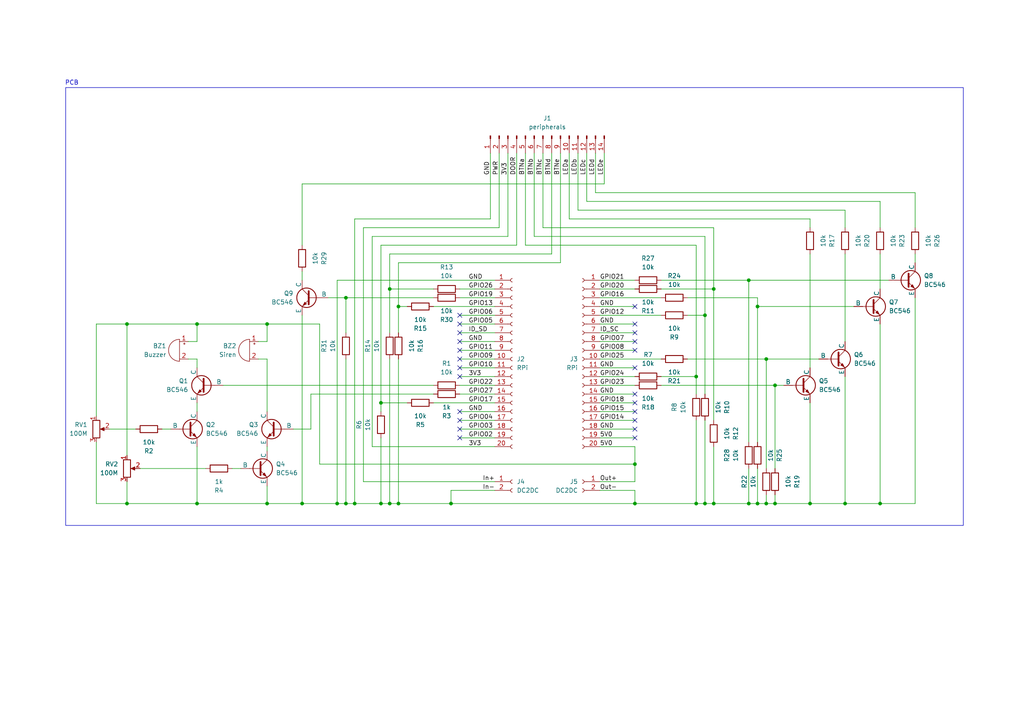
<source format=kicad_sch>
(kicad_sch (version 20231120) (generator "eeschema") (generator_version "8.0")
  (paper "A4")
  (title_block (title "Door sensor PCB") (date "2025-06-08") (rev "1.0") (company "Eli Nucknack"))
  (lib_symbols
    (symbol "Connector:Conn_01x02_Socket" (pin_names (offset 1.016) hide)
      (property "Reference" "J" (at 0 2.54 0))
      (property "Value" "Conn_01x02_Socket" (at 0 -5.08 0))
      (symbol "Conn_01x02_Socket_1_1"
        (arc (start 0 -2.032) (mid -0.5058 -2.54) (end 0 -3.048) (stroke (width 0.1524)))
        (polyline (pts (xy -1.27 -2.54) (xy -0.508 -2.54)) (stroke (width 0.1524)))
        (polyline (pts (xy -1.27 0) (xy -0.508 0)) (stroke (width 0.1524)))
        (arc (start 0 0.508) (mid -0.5058 0) (end 0 -0.508) (stroke (width 0.1524)))
        (pin passive line (at -5.08 0 0) (length 3.81) (name "Pin_1") (number "1"))
        (pin passive line (at -5.08 -2.54 0) (length 3.81) (name "Pin_2") (number "2"))
      )
    )
    (symbol "Connector:Conn_01x14_Pin" (pin_names (offset 1.016) hide)
      (property "Reference" "J" (at 0 17.78 0))
      (property "Value" "Conn_01x14_Pin" (at 0 -20.32 0))
      (symbol "Conn_01x14_Pin_1_1"
        (polyline (pts (xy 1.27 -17.78) (xy 0.8636 -17.78)) (stroke (width 0.1524)))
        (polyline (pts (xy 1.27 -15.24) (xy 0.8636 -15.24)) (stroke (width 0.1524)))
        (polyline (pts (xy 1.27 -12.7) (xy 0.8636 -12.7)) (stroke (width 0.1524)))
        (polyline (pts (xy 1.27 -10.16) (xy 0.8636 -10.16)) (stroke (width 0.1524)))
        (polyline (pts (xy 1.27 -7.62) (xy 0.8636 -7.62)) (stroke (width 0.1524)))
        (polyline (pts (xy 1.27 -5.08) (xy 0.8636 -5.08)) (stroke (width 0.1524)))
        (polyline (pts (xy 1.27 -2.54) (xy 0.8636 -2.54)) (stroke (width 0.1524)))
        (polyline (pts (xy 1.27 0) (xy 0.8636 0)) (stroke (width 0.1524)))
        (polyline (pts (xy 1.27 2.54) (xy 0.8636 2.54)) (stroke (width 0.1524)))
        (polyline (pts (xy 1.27 5.08) (xy 0.8636 5.08)) (stroke (width 0.1524)))
        (polyline (pts (xy 1.27 7.62) (xy 0.8636 7.62)) (stroke (width 0.1524)))
        (polyline (pts (xy 1.27 10.16) (xy 0.8636 10.16)) (stroke (width 0.1524)))
        (polyline (pts (xy 1.27 12.7) (xy 0.8636 12.7)) (stroke (width 0.1524)))
        (polyline (pts (xy 1.27 15.24) (xy 0.8636 15.24)) (stroke (width 0.1524)))
        (rectangle (start 0.8636 -17.653) (end 0 -17.907) (stroke (width 0.1524)) (fill (type outline)))
        (rectangle (start 0.8636 -15.113) (end 0 -15.367) (stroke (width 0.1524)) (fill (type outline)))
        (rectangle (start 0.8636 -12.573) (end 0 -12.827) (stroke (width 0.1524)) (fill (type outline)))
        (rectangle (start 0.8636 -10.033) (end 0 -10.287) (stroke (width 0.1524)) (fill (type outline)))
        (rectangle (start 0.8636 -7.493) (end 0 -7.747) (stroke (width 0.1524)) (fill (type outline)))
        (rectangle (start 0.8636 -4.953) (end 0 -5.207) (stroke (width 0.1524)) (fill (type outline)))
        (rectangle (start 0.8636 -2.413) (end 0 -2.667) (stroke (width 0.1524)) (fill (type outline)))
        (rectangle (start 0.8636 0.127) (end 0 -0.127) (stroke (width 0.1524)) (fill (type outline)))
        (rectangle (start 0.8636 2.667) (end 0 2.413) (stroke (width 0.1524)) (fill (type outline)))
        (rectangle (start 0.8636 5.207) (end 0 4.953) (stroke (width 0.1524)) (fill (type outline)))
        (rectangle (start 0.8636 7.747) (end 0 7.493) (stroke (width 0.1524)) (fill (type outline)))
        (rectangle (start 0.8636 10.287) (end 0 10.033) (stroke (width 0.1524)) (fill (type outline)))
        (rectangle (start 0.8636 12.827) (end 0 12.573) (stroke (width 0.1524)) (fill (type outline)))
        (rectangle (start 0.8636 15.367) (end 0 15.113) (stroke (width 0.1524)) (fill (type outline)))
        (pin passive line (at 5.08 15.24 180) (length 3.81) (name "Pin_1") (number "1"))
        (pin passive line (at 5.08 -7.62 180) (length 3.81) (name "Pin_10") (number "10"))
        (pin passive line (at 5.08 -10.16 180) (length 3.81) (name "Pin_11") (number "11"))
        (pin passive line (at 5.08 -12.7 180) (length 3.81) (name "Pin_12") (number "12"))
        (pin passive line (at 5.08 -15.24 180) (length 3.81) (name "Pin_13") (number "13"))
        (pin passive line (at 5.08 -17.78 180) (length 3.81) (name "Pin_14") (number "14"))
        (pin passive line (at 5.08 12.7 180) (length 3.81) (name "Pin_2") (number "2"))
        (pin passive line (at 5.08 10.16 180) (length 3.81) (name "Pin_3") (number "3"))
        (pin passive line (at 5.08 7.62 180) (length 3.81) (name "Pin_4") (number "4"))
        (pin passive line (at 5.08 5.08 180) (length 3.81) (name "Pin_5") (number "5"))
        (pin passive line (at 5.08 2.54 180) (length 3.81) (name "Pin_6") (number "6"))
        (pin passive line (at 5.08 0 180) (length 3.81) (name "Pin_7") (number "7"))
        (pin passive line (at 5.08 -2.54 180) (length 3.81) (name "Pin_8") (number "8"))
        (pin passive line (at 5.08 -5.08 180) (length 3.81) (name "Pin_9") (number "9"))
      )
    )
    (symbol "Connector:Conn_01x20_Socket" (pin_names (offset 1.016) hide)
      (property "Reference" "J" (at 0 25.4 0))
      (property "Value" "Conn_01x20_Socket" (at 0 -27.94 0))
      (symbol "Conn_01x20_Socket_1_1"
        (arc (start 0 -24.892) (mid -0.5058 -25.4) (end 0 -25.908) (stroke (width 0.1524)))
        (arc (start 0 -22.352) (mid -0.5058 -22.86) (end 0 -23.368) (stroke (width 0.1524)))
        (arc (start 0 -19.812) (mid -0.5058 -20.32) (end 0 -20.828) (stroke (width 0.1524)))
        (arc (start 0 -17.272) (mid -0.5058 -17.78) (end 0 -18.288) (stroke (width 0.1524)))
        (arc (start 0 -14.732) (mid -0.5058 -15.24) (end 0 -15.748) (stroke (width 0.1524)))
        (arc (start 0 -12.192) (mid -0.5058 -12.7) (end 0 -13.208) (stroke (width 0.1524)))
        (arc (start 0 -9.652) (mid -0.5058 -10.16) (end 0 -10.668) (stroke (width 0.1524)))
        (arc (start 0 -7.112) (mid -0.5058 -7.62) (end 0 -8.128) (stroke (width 0.1524)))
        (arc (start 0 -4.572) (mid -0.5058 -5.08) (end 0 -5.588) (stroke (width 0.1524)))
        (arc (start 0 -2.032) (mid -0.5058 -2.54) (end 0 -3.048) (stroke (width 0.1524)))
        (polyline (pts (xy -1.27 -25.4) (xy -0.508 -25.4)) (stroke (width 0.1524)))
        (polyline (pts (xy -1.27 -22.86) (xy -0.508 -22.86)) (stroke (width 0.1524)))
        (polyline (pts (xy -1.27 -20.32) (xy -0.508 -20.32)) (stroke (width 0.1524)))
        (polyline (pts (xy -1.27 -17.78) (xy -0.508 -17.78)) (stroke (width 0.1524)))
        (polyline (pts (xy -1.27 -15.24) (xy -0.508 -15.24)) (stroke (width 0.1524)))
        (polyline (pts (xy -1.27 -12.7) (xy -0.508 -12.7)) (stroke (width 0.1524)))
        (polyline (pts (xy -1.27 -10.16) (xy -0.508 -10.16)) (stroke (width 0.1524)))
        (polyline (pts (xy -1.27 -7.62) (xy -0.508 -7.62)) (stroke (width 0.1524)))
        (polyline (pts (xy -1.27 -5.08) (xy -0.508 -5.08)) (stroke (width 0.1524)))
        (polyline (pts (xy -1.27 -2.54) (xy -0.508 -2.54)) (stroke (width 0.1524)))
        (polyline (pts (xy -1.27 0) (xy -0.508 0)) (stroke (width 0.1524)))
        (polyline (pts (xy -1.27 2.54) (xy -0.508 2.54)) (stroke (width 0.1524)))
        (polyline (pts (xy -1.27 5.08) (xy -0.508 5.08)) (stroke (width 0.1524)))
        (polyline (pts (xy -1.27 7.62) (xy -0.508 7.62)) (stroke (width 0.1524)))
        (polyline (pts (xy -1.27 10.16) (xy -0.508 10.16)) (stroke (width 0.1524)))
        (polyline (pts (xy -1.27 12.7) (xy -0.508 12.7)) (stroke (width 0.1524)))
        (polyline (pts (xy -1.27 15.24) (xy -0.508 15.24)) (stroke (width 0.1524)))
        (polyline (pts (xy -1.27 17.78) (xy -0.508 17.78)) (stroke (width 0.1524)))
        (polyline (pts (xy -1.27 20.32) (xy -0.508 20.32)) (stroke (width 0.1524)))
        (polyline (pts (xy -1.27 22.86) (xy -0.508 22.86)) (stroke (width 0.1524)))
        (arc (start 0 0.508) (mid -0.5058 0) (end 0 -0.508) (stroke (width 0.1524)))
        (arc (start 0 3.048) (mid -0.5058 2.54) (end 0 2.032) (stroke (width 0.1524)))
        (arc (start 0 5.588) (mid -0.5058 5.08) (end 0 4.572) (stroke (width 0.1524)))
        (arc (start 0 8.128) (mid -0.5058 7.62) (end 0 7.112) (stroke (width 0.1524)))
        (arc (start 0 10.668) (mid -0.5058 10.16) (end 0 9.652) (stroke (width 0.1524)))
        (arc (start 0 13.208) (mid -0.5058 12.7) (end 0 12.192) (stroke (width 0.1524)))
        (arc (start 0 15.748) (mid -0.5058 15.24) (end 0 14.732) (stroke (width 0.1524)))
        (arc (start 0 18.288) (mid -0.5058 17.78) (end 0 17.272) (stroke (width 0.1524)))
        (arc (start 0 20.828) (mid -0.5058 20.32) (end 0 19.812) (stroke (width 0.1524)))
        (arc (start 0 23.368) (mid -0.5058 22.86) (end 0 22.352) (stroke (width 0.1524)))
        (pin passive line (at -5.08 22.86 0) (length 3.81) (name "Pin_1") (number "1"))
        (pin passive line (at -5.08 0 0) (length 3.81) (name "Pin_10") (number "10"))
        (pin passive line (at -5.08 -2.54 0) (length 3.81) (name "Pin_11") (number "11"))
        (pin passive line (at -5.08 -5.08 0) (length 3.81) (name "Pin_12") (number "12"))
        (pin passive line (at -5.08 -7.62 0) (length 3.81) (name "Pin_13") (number "13"))
        (pin passive line (at -5.08 -10.16 0) (length 3.81) (name "Pin_14") (number "14"))
        (pin passive line (at -5.08 -12.7 0) (length 3.81) (name "Pin_15") (number "15"))
        (pin passive line (at -5.08 -15.24 0) (length 3.81) (name "Pin_16") (number "16"))
        (pin passive line (at -5.08 -17.78 0) (length 3.81) (name "Pin_17") (number "17"))
        (pin passive line (at -5.08 -20.32 0) (length 3.81) (name "Pin_18") (number "18"))
        (pin passive line (at -5.08 -22.86 0) (length 3.81) (name "Pin_19") (number "19"))
        (pin passive line (at -5.08 20.32 0) (length 3.81) (name "Pin_2") (number "2"))
        (pin passive line (at -5.08 -25.4 0) (length 3.81) (name "Pin_20") (number "20"))
        (pin passive line (at -5.08 17.78 0) (length 3.81) (name "Pin_3") (number "3"))
        (pin passive line (at -5.08 15.24 0) (length 3.81) (name "Pin_4") (number "4"))
        (pin passive line (at -5.08 12.7 0) (length 3.81) (name "Pin_5") (number "5"))
        (pin passive line (at -5.08 10.16 0) (length 3.81) (name "Pin_6") (number "6"))
        (pin passive line (at -5.08 7.62 0) (length 3.81) (name "Pin_7") (number "7"))
        (pin passive line (at -5.08 5.08 0) (length 3.81) (name "Pin_8") (number "8"))
        (pin passive line (at -5.08 2.54 0) (length 3.81) (name "Pin_9") (number "9"))
      )
    )
    (symbol "Device:Buzzer" (pin_names (offset 0.0254) hide)
      (property "Reference" "BZ" (at 3.81 1.27 0))
      (property "Value" "Buzzer" (at 3.81 -1.27 0))
      (symbol "Buzzer_0_1"
        (arc (start 0 -3.175) (mid 3.1612 0) (end 0 3.175))
        (polyline (pts (xy -1.651 1.905) (xy -1.143 1.905)))
        (polyline (pts (xy -1.397 2.159) (xy -1.397 1.651)))
        (polyline (pts (xy 0 3.175) (xy 0 -3.175)))
      )
      (symbol "Buzzer_1_1"
        (pin passive line (at -2.54 2.54 0) (length 2.54) (name "+") (number "1"))
        (pin passive line (at -2.54 -2.54 0) (length 2.54) (name "-") (number "2"))
      )
    )
    (symbol "Device:R" (pin_numbers hide) (pin_names (offset 0))
      (property "Reference" "R" (at 2.032 0 90))
      (property "Value" "R" (at 0 0 90))
      (symbol "R_0_1"
        (rectangle (start -1.016 -2.54) (end 1.016 2.54) (stroke (width 0.254)))
      )
      (symbol "R_1_1"
        (pin passive line (at 0 3.81 270) (length 1.27) (name "~") (number "1"))
        (pin passive line (at 0 -3.81 90) (length 1.27) (name "~") (number "2"))
      )
    )
    (symbol "Device:R_Potentiometer" (pin_names (offset 1.016) hide)
      (property "Reference" "RV" (at -4.445 0 90))
      (property "Value" "R_Potentiometer" (at -2.54 0 90))
      (symbol "R_Potentiometer_0_1"
        (polyline (pts (xy 2.54 0) (xy 1.524 0)))
        (polyline (pts (xy 1.143 0) (xy 2.286 0.508) (xy 2.286 -0.508) (xy 1.143 0)) (fill (type outline)))
        (rectangle (start 1.016 2.54) (end -1.016 -2.54) (stroke (width 0.254)))
      )
      (symbol "R_Potentiometer_1_1"
        (pin passive line (at 0 3.81 270) (length 1.27) (name "1") (number "1"))
        (pin passive line (at 3.81 0 180) (length 1.27) (name "2") (number "2"))
        (pin passive line (at 0 -3.81 90) (length 1.27) (name "3") (number "3"))
      )
    )
    (symbol "Simulation_SPICE:NPN" (pin_numbers hide) (pin_names (offset 0))
      (property "Reference" "Q" (at -2.54 7.62 0))
      (property "Value" "NPN" (at -2.54 5.08 0))
      (symbol "NPN_0_1"
        (polyline (pts (xy -2.54 0) (xy 0.635 0)) (stroke (width 0.1524)))
        (polyline (pts (xy 0.635 0.635) (xy 2.54 2.54)))
        (polyline (pts (xy 2.794 -1.27) (xy 2.794 -1.27)) (stroke (width 0.1524)))
        (polyline (pts (xy 2.794 -1.27) (xy 2.794 -1.27)) (stroke (width 0.1524)))
        (polyline (pts (xy 0.635 -0.635) (xy 2.54 -2.54) (xy 2.54 -2.54)))
        (polyline (pts (xy 0.635 1.905) (xy 0.635 -1.905) (xy 0.635 -1.905)) (stroke (width 0.508)))
        (polyline (pts (xy 1.27 -1.778) (xy 1.778 -1.27) (xy 2.286 -2.286) (xy 1.27 -1.778) (xy 1.27 -1.778)) (fill (type outline)))
        (circle (center 1.27 0) (radius 2.8194) (stroke (width 0.254)))
      )
      (symbol "NPN_1_1"
        (pin open_collector line (at 2.54 5.08 270) (length 2.54) (name "C") (number "1"))
        (pin input line (at -5.08 0 0) (length 2.54) (name "B") (number "2"))
        (pin open_emitter line (at 2.54 -5.08 90) (length 2.54) (name "E") (number "3"))
      )
    )
  )
  (junction (at 57.15 93.98))
  (junction (at 77.47 146.05))
  (junction (at 224.79 146.05))
  (junction (at 184.15 134.62))
  (junction (at 201.93 146.05))
  (junction (at 207.01 146.05))
  (junction (at 219.71 88.9))
  (junction (at 36.83 93.98))
  (junction (at 222.25 104.14))
  (junction (at 217.17 146.05))
  (junction (at 217.17 81.28))
  (junction (at 219.71 146.05))
  (junction (at 130.81 146.05))
  (junction (at 110.49 116.84))
  (junction (at 36.83 146.05))
  (junction (at 245.11 146.05))
  (junction (at 115.57 146.05))
  (junction (at 97.79 146.05))
  (junction (at 222.25 146.05))
  (junction (at 204.47 91.44))
  (junction (at 87.63 146.05))
  (junction (at 77.47 93.98))
  (junction (at 224.79 111.76))
  (junction (at 100.33 86.36))
  (junction (at 234.95 146.05))
  (junction (at 57.15 146.05))
  (junction (at 110.49 146.05))
  (junction (at 207.01 83.82))
  (junction (at 113.03 146.05))
  (junction (at 102.87 146.05))
  (junction (at 204.47 146.05))
  (junction (at 100.33 146.05))
  (junction (at 115.57 88.9))
  (junction (at 184.15 146.05))
  (junction (at 113.03 83.82))
  (junction (at 201.93 109.22))
  (junction (at 255.27 146.05))
  (no_connect (at 133.35 127))
  (no_connect (at 184.15 121.92))
  (no_connect (at 184.15 114.3))
  (no_connect (at 133.35 99.06))
  (no_connect (at 184.15 106.68))
  (no_connect (at 133.35 91.44))
  (no_connect (at 184.15 127))
  (no_connect (at 133.35 109.22))
  (no_connect (at 133.35 121.92))
  (no_connect (at 133.35 119.38))
  (no_connect (at 133.35 104.14))
  (no_connect (at 184.15 93.98))
  (no_connect (at 133.35 106.68))
  (no_connect (at 133.35 124.46))
  (no_connect (at 133.35 101.6))
  (no_connect (at 184.15 124.46))
  (no_connect (at 184.15 99.06))
  (no_connect (at 133.35 96.52))
  (no_connect (at 184.15 116.84))
  (no_connect (at 184.15 96.52))
  (no_connect (at 184.15 101.6))
  (no_connect (at 184.15 119.38))
  (no_connect (at 184.15 88.9))
  (no_connect (at 133.35 93.98))
  (wire (pts (xy 255.27 146.05) (xy 245.11 146.05)))
  (wire (pts (xy 27.94 128.27) (xy 27.94 146.05)))
  (wire (pts (xy 133.35 124.46) (xy 143.51 124.46)))
  (wire (pts (xy 265.43 55.88) (xy 172.72 55.88)))
  (wire (pts (xy 191.77 83.82) (xy 207.01 83.82)))
  (wire (pts (xy 219.71 135.89) (xy 219.71 146.05)))
  (wire (pts (xy 85.09 124.46) (xy 90.17 124.46)))
  (wire (pts (xy 100.33 86.36) (xy 100.33 96.52)))
  (wire (pts (xy 173.99 119.38) (xy 184.15 119.38)))
  (wire (pts (xy 36.83 146.05) (xy 57.15 146.05)))
  (wire (pts (xy 224.79 146.05) (xy 234.95 146.05)))
  (wire (pts (xy 90.17 124.46) (xy 90.17 114.3)))
  (wire (pts (xy 110.49 116.84) (xy 110.49 119.38)))
  (wire (pts (xy 130.81 142.24) (xy 130.81 146.05)))
  (wire (pts (xy 207.01 83.82) (xy 207.01 121.92)))
  (wire (pts (xy 27.94 93.98) (xy 36.83 93.98)))
  (wire (pts (xy 144.78 44.45) (xy 144.78 66.04)))
  (wire (pts (xy 133.35 101.6) (xy 143.51 101.6)))
  (wire (pts (xy 77.47 93.98) (xy 92.71 93.98)))
  (wire (pts (xy 133.35 121.92) (xy 143.51 121.92)))
  (wire (pts (xy 204.47 91.44) (xy 204.47 114.3)))
  (wire (pts (xy 207.01 129.54) (xy 207.01 146.05)))
  (wire (pts (xy 57.15 104.14) (xy 54.61 104.14)))
  (wire (pts (xy 133.35 93.98) (xy 143.51 93.98)))
  (wire (pts (xy 165.1 44.45) (xy 165.1 63.5)))
  (wire (pts (xy 133.35 83.82) (xy 143.51 83.82)))
  (wire (pts (xy 110.49 127) (xy 110.49 146.05)))
  (wire (pts (xy 175.26 53.34) (xy 87.63 53.34)))
  (wire (pts (xy 217.17 81.28) (xy 257.81 81.28)))
  (wire (pts (xy 100.33 104.14) (xy 100.33 146.05)))
  (wire (pts (xy 191.77 111.76) (xy 224.79 111.76)))
  (wire (pts (xy 184.15 139.7) (xy 184.15 134.62)))
  (wire (pts (xy 217.17 81.28) (xy 217.17 128.27)))
  (wire (pts (xy 87.63 78.74) (xy 87.63 81.28)))
  (wire (pts (xy 219.71 88.9) (xy 219.71 128.27)))
  (wire (pts (xy 204.47 68.58) (xy 204.47 91.44)))
  (wire (pts (xy 234.95 73.66) (xy 234.95 106.68)))
  (wire (pts (xy 173.99 88.9) (xy 184.15 88.9)))
  (wire (pts (xy 133.35 96.52) (xy 143.51 96.52)))
  (wire (pts (xy 173.99 127) (xy 184.15 127)))
  (wire (pts (xy 201.93 71.12) (xy 201.93 109.22)))
  (wire (pts (xy 97.79 81.28) (xy 97.79 146.05)))
  (wire (pts (xy 204.47 121.92) (xy 204.47 146.05)))
  (wire (pts (xy 265.43 55.88) (xy 265.43 66.04)))
  (wire (pts (xy 143.51 81.28) (xy 97.79 81.28)))
  (wire (pts (xy 173.99 104.14) (xy 191.77 104.14)))
  (wire (pts (xy 95.25 86.36) (xy 100.33 86.36)))
  (wire (pts (xy 46.99 124.46) (xy 49.53 124.46)))
  (wire (pts (xy 133.35 106.68) (xy 143.51 106.68)))
  (wire (pts (xy 245.11 60.96) (xy 245.11 66.04)))
  (wire (pts (xy 40.64 135.89) (xy 59.69 135.89)))
  (wire (pts (xy 234.95 116.84) (xy 234.95 146.05)))
  (wire (pts (xy 92.71 93.98) (xy 92.71 134.62)))
  (wire (pts (xy 110.49 146.05) (xy 113.03 146.05)))
  (wire (pts (xy 173.99 114.3) (xy 184.15 114.3)))
  (wire (pts (xy 115.57 88.9) (xy 115.57 96.52)))
  (wire (pts (xy 144.78 66.04) (xy 105.41 66.04)))
  (wire (pts (xy 105.41 66.04) (xy 105.41 139.7)))
  (wire (pts (xy 245.11 109.22) (xy 245.11 146.05)))
  (wire (pts (xy 113.03 83.82) (xy 125.73 83.82)))
  (wire (pts (xy 67.31 135.89) (xy 69.85 135.89)))
  (wire (pts (xy 133.35 119.38) (xy 143.51 119.38)))
  (wire (pts (xy 207.01 146.05) (xy 217.17 146.05)))
  (wire (pts (xy 199.39 104.14) (xy 222.25 104.14)))
  (wire (pts (xy 133.35 99.06) (xy 143.51 99.06)))
  (wire (pts (xy 113.03 146.05) (xy 115.57 146.05)))
  (wire (pts (xy 133.35 127) (xy 143.51 127)))
  (wire (pts (xy 77.47 93.98) (xy 77.47 99.06)))
  (wire (pts (xy 207.01 66.04) (xy 207.01 83.82)))
  (wire (pts (xy 245.11 60.96) (xy 167.64 60.96)))
  (wire (pts (xy 184.15 146.05) (xy 201.93 146.05)))
  (wire (pts (xy 77.47 146.05) (xy 87.63 146.05)))
  (wire (pts (xy 245.11 146.05) (xy 234.95 146.05)))
  (wire (pts (xy 165.1 63.5) (xy 234.95 63.5)))
  (wire (pts (xy 154.94 44.45) (xy 154.94 68.58)))
  (wire (pts (xy 224.79 143.51) (xy 224.79 146.05)))
  (wire (pts (xy 107.95 68.58) (xy 147.32 68.58)))
  (wire (pts (xy 157.48 44.45) (xy 157.48 66.04)))
  (wire (pts (xy 201.93 146.05) (xy 204.47 146.05)))
  (wire (pts (xy 57.15 129.54) (xy 57.15 146.05)))
  (wire (pts (xy 31.75 124.46) (xy 39.37 124.46)))
  (wire (pts (xy 184.15 129.54) (xy 184.15 134.62)))
  (wire (pts (xy 184.15 142.24) (xy 184.15 146.05)))
  (wire (pts (xy 27.94 146.05) (xy 36.83 146.05)))
  (wire (pts (xy 125.73 88.9) (xy 143.51 88.9)))
  (wire (pts (xy 217.17 135.89) (xy 217.17 146.05)))
  (wire (pts (xy 224.79 111.76) (xy 224.79 135.89)))
  (wire (pts (xy 133.35 91.44) (xy 143.51 91.44)))
  (wire (pts (xy 255.27 93.98) (xy 255.27 146.05)))
  (wire (pts (xy 64.77 111.76) (xy 125.73 111.76)))
  (wire (pts (xy 77.47 104.14) (xy 74.93 104.14)))
  (wire (pts (xy 255.27 58.42) (xy 170.18 58.42)))
  (wire (pts (xy 133.35 114.3) (xy 143.51 114.3)))
  (wire (pts (xy 173.99 96.52) (xy 184.15 96.52)))
  (wire (pts (xy 191.77 109.22) (xy 201.93 109.22)))
  (wire (pts (xy 265.43 146.05) (xy 255.27 146.05)))
  (wire (pts (xy 204.47 146.05) (xy 207.01 146.05)))
  (wire (pts (xy 142.24 63.5) (xy 102.87 63.5)))
  (wire (pts (xy 173.99 91.44) (xy 191.77 91.44)))
  (wire (pts (xy 113.03 73.66) (xy 160.02 73.66)))
  (wire (pts (xy 125.73 116.84) (xy 143.51 116.84)))
  (wire (pts (xy 173.99 139.7) (xy 184.15 139.7)))
  (wire (pts (xy 110.49 116.84) (xy 118.11 116.84)))
  (wire (pts (xy 224.79 111.76) (xy 227.33 111.76)))
  (wire (pts (xy 57.15 93.98) (xy 36.83 93.98)))
  (wire (pts (xy 27.94 93.98) (xy 27.94 120.65)))
  (wire (pts (xy 222.25 143.51) (xy 222.25 146.05)))
  (wire (pts (xy 74.93 99.06) (xy 77.47 99.06)))
  (wire (pts (xy 110.49 71.12) (xy 149.86 71.12)))
  (wire (pts (xy 219.71 146.05) (xy 222.25 146.05)))
  (wire (pts (xy 87.63 146.05) (xy 97.79 146.05)))
  (wire (pts (xy 222.25 104.14) (xy 222.25 135.89)))
  (wire (pts (xy 115.57 76.2) (xy 162.56 76.2)))
  (wire (pts (xy 173.99 129.54) (xy 184.15 129.54)))
  (wire (pts (xy 57.15 146.05) (xy 77.47 146.05)))
  (wire (pts (xy 255.27 73.66) (xy 255.27 83.82)))
  (wire (pts (xy 162.56 44.45) (xy 162.56 76.2)))
  (wire (pts (xy 255.27 58.42) (xy 255.27 66.04)))
  (wire (pts (xy 219.71 86.36) (xy 219.71 88.9)))
  (wire (pts (xy 107.95 129.54) (xy 143.51 129.54)))
  (wire (pts (xy 245.11 73.66) (xy 245.11 99.06)))
  (wire (pts (xy 234.95 63.5) (xy 234.95 66.04)))
  (wire (pts (xy 201.93 121.92) (xy 201.93 146.05)))
  (wire (pts (xy 170.18 44.45) (xy 170.18 58.42)))
  (wire (pts (xy 54.61 99.06) (xy 57.15 99.06)))
  (wire (pts (xy 265.43 86.36) (xy 265.43 146.05)))
  (wire (pts (xy 152.4 71.12) (xy 201.93 71.12)))
  (wire (pts (xy 102.87 63.5) (xy 102.87 146.05)))
  (wire (pts (xy 191.77 81.28) (xy 217.17 81.28)))
  (wire (pts (xy 217.17 146.05) (xy 219.71 146.05)))
  (wire (pts (xy 173.99 111.76) (xy 184.15 111.76)))
  (wire (pts (xy 157.48 66.04) (xy 207.01 66.04)))
  (wire (pts (xy 36.83 93.98) (xy 36.83 132.08)))
  (wire (pts (xy 172.72 44.45) (xy 172.72 55.88)))
  (wire (pts (xy 160.02 44.45) (xy 160.02 73.66)))
  (wire (pts (xy 201.93 109.22) (xy 201.93 114.3)))
  (wire (pts (xy 115.57 104.14) (xy 115.57 146.05)))
  (wire (pts (xy 175.26 44.45) (xy 175.26 53.34)))
  (wire (pts (xy 173.99 81.28) (xy 184.15 81.28)))
  (wire (pts (xy 110.49 71.12) (xy 110.49 116.84)))
  (wire (pts (xy 102.87 146.05) (xy 110.49 146.05)))
  (wire (pts (xy 167.64 44.45) (xy 167.64 60.96)))
  (wire (pts (xy 173.99 93.98) (xy 184.15 93.98)))
  (wire (pts (xy 92.71 134.62) (xy 184.15 134.62)))
  (wire (pts (xy 173.99 121.92) (xy 184.15 121.92)))
  (wire (pts (xy 222.25 104.14) (xy 237.49 104.14)))
  (wire (pts (xy 113.03 104.14) (xy 113.03 146.05)))
  (wire (pts (xy 154.94 68.58) (xy 204.47 68.58)))
  (wire (pts (xy 173.99 101.6) (xy 184.15 101.6)))
  (wire (pts (xy 173.99 142.24) (xy 184.15 142.24)))
  (wire (pts (xy 100.33 86.36) (xy 125.73 86.36)))
  (wire (pts (xy 57.15 106.68) (xy 57.15 104.14)))
  (wire (pts (xy 219.71 88.9) (xy 247.65 88.9)))
  (wire (pts (xy 115.57 76.2) (xy 115.57 88.9)))
  (wire (pts (xy 87.63 91.44) (xy 87.63 146.05)))
  (wire (pts (xy 149.86 44.45) (xy 149.86 71.12)))
  (wire (pts (xy 118.11 88.9) (xy 115.57 88.9)))
  (wire (pts (xy 97.79 146.05) (xy 100.33 146.05)))
  (wire (pts (xy 87.63 53.34) (xy 87.63 71.12)))
  (wire (pts (xy 142.24 44.45) (xy 142.24 63.5)))
  (wire (pts (xy 57.15 99.06) (xy 57.15 93.98)))
  (wire (pts (xy 133.35 104.14) (xy 143.51 104.14)))
  (wire (pts (xy 77.47 140.97) (xy 77.47 146.05)))
  (wire (pts (xy 173.99 83.82) (xy 184.15 83.82)))
  (wire (pts (xy 173.99 124.46) (xy 184.15 124.46)))
  (wire (pts (xy 77.47 119.38) (xy 77.47 104.14)))
  (wire (pts (xy 133.35 86.36) (xy 143.51 86.36)))
  (wire (pts (xy 115.57 146.05) (xy 130.81 146.05)))
  (wire (pts (xy 173.99 99.06) (xy 184.15 99.06)))
  (wire (pts (xy 77.47 129.54) (xy 77.47 130.81)))
  (wire (pts (xy 222.25 146.05) (xy 224.79 146.05)))
  (wire (pts (xy 173.99 86.36) (xy 191.77 86.36)))
  (wire (pts (xy 130.81 142.24) (xy 143.51 142.24)))
  (wire (pts (xy 173.99 109.22) (xy 184.15 109.22)))
  (wire (pts (xy 130.81 146.05) (xy 184.15 146.05)))
  (wire (pts (xy 113.03 83.82) (xy 113.03 96.52)))
  (wire (pts (xy 152.4 44.45) (xy 152.4 71.12)))
  (wire (pts (xy 133.35 109.22) (xy 143.51 109.22)))
  (wire (pts (xy 90.17 114.3) (xy 125.73 114.3)))
  (wire (pts (xy 57.15 116.84) (xy 57.15 119.38)))
  (wire (pts (xy 199.39 91.44) (xy 204.47 91.44)))
  (wire (pts (xy 265.43 73.66) (xy 265.43 76.2)))
  (wire (pts (xy 107.95 68.58) (xy 107.95 129.54)))
  (wire (pts (xy 100.33 146.05) (xy 102.87 146.05)))
  (wire (pts (xy 199.39 86.36) (xy 219.71 86.36)))
  (wire (pts (xy 147.32 44.45) (xy 147.32 68.58)))
  (wire (pts (xy 105.41 139.7) (xy 143.51 139.7)))
  (wire (pts (xy 113.03 73.66) (xy 113.03 83.82)))
  (wire (pts (xy 173.99 116.84) (xy 184.15 116.84)))
  (wire (pts (xy 173.99 106.68) (xy 184.15 106.68)))
  (wire (pts (xy 57.15 93.98) (xy 77.47 93.98)))
  (wire (pts (xy 133.35 111.76) (xy 143.51 111.76)))
  (wire (pts (xy 36.83 139.7) (xy 36.83 146.05)))
  (rectangle (start 19.05 25.4) (end 279.4 152.4))
  (text "PCB" (at 20.828 24.13 0) (effects (font (size 1.27 1.27))))
  (label "BTNe" (at 162.56 50.8 90))
  (label "LEDe" (at 175.26 50.8 90))
  (label "GPIO02" (at 135.89 127 0))
  (label "GND" (at 173.99 93.98 0))
  (label "3V3" (at 135.89 129.54 0))
  (label "ID_SC" (at 173.99 96.52 0))
  (label "GPIO22" (at 135.89 111.76 0))
  (label "GPIO04" (at 135.89 121.92 0))
  (label "GND" (at 135.89 99.06 0))
  (label "GND" (at 173.99 106.68 0))
  (label "GPIO09" (at 135.89 104.14 0))
  (label "LEDa" (at 165.1 50.8 90))
  (label "GPIO14" (at 173.99 121.92 0))
  (label "Out-" (at 173.99 142.24 0))
  (label "GND" (at 173.99 124.46 0))
  (label "5V0" (at 173.99 127 0))
  (label "BTNb" (at 154.94 50.8 90))
  (label "LEDd" (at 172.72 50.8 90))
  (label "GPIO12" (at 173.99 91.44 0))
  (label "GND" (at 173.99 88.9 0))
  (label "3V3" (at 135.89 109.22 0))
  (label "GPIO26" (at 135.89 83.82 0))
  (label "BTNd" (at 160.02 50.8 90))
  (label "LEDb" (at 167.64 50.8 90))
  (label "GPIO10" (at 135.89 106.68 0))
  (label "LEDc" (at 170.18 50.8 90))
  (label "GPIO11" (at 135.89 101.6 0))
  (label "GPIO15" (at 173.99 119.38 0))
  (label "GPIO13" (at 135.89 88.9 0))
  (label "ID_SD" (at 135.89 96.52 0))
  (label "GND" (at 142.24 50.8 90))
  (label "In-" (at 143.51 142.24 180))
  (label "GPIO18" (at 173.99 116.84 0))
  (label "GPIO24" (at 173.99 109.22 0))
  (label "GND" (at 135.89 81.28 0))
  (label "GPIO05" (at 135.89 93.98 0))
  (label "Out+" (at 173.99 139.7 0))
  (label "GPIO20" (at 173.99 83.82 0))
  (label "GPIO19" (at 135.89 86.36 0))
  (label "GPIO07" (at 173.99 99.06 0))
  (label "GPIO25" (at 173.99 104.14 0))
  (label "GPIO27" (at 135.89 114.3 0))
  (label "GPIO16" (at 173.99 86.36 0))
  (label "GPIO23" (at 173.99 111.76 0))
  (label "BTNc" (at 157.48 50.8 90))
  (label "GND" (at 173.99 114.3 0))
  (label "DOOR" (at 149.86 50.8 90))
  (label "GND" (at 135.89 119.38 0))
  (label "3V3" (at 147.32 50.8 90))
  (label "GPIO21" (at 173.99 81.28 0))
  (label "GPIO17" (at 135.89 116.84 0))
  (label "In+" (at 143.51 139.7 180))
  (label "PWR" (at 144.78 50.8 90))
  (label "GPIO03" (at 135.89 124.46 0))
  (label "GPIO06" (at 135.89 91.44 0))
  (label "GPIO08" (at 173.99 101.6 0))
  (label "BTNa" (at 152.4 50.8 90))
  (label "5V0" (at 173.99 129.54 0))
  (symbol (lib_id "Device:R") (at 187.96 83.82 90) (mirror x) (unit 1)
    (property "Reference" "R11" (at 187.96 90.17 90))
    (property "Value" "10k" (at 187.96 87.63 90))
    (property "Description" "Resistor" (effects (hide yes)))
  )
  (symbol (lib_id "Device:R") (at 110.49 123.19 180) (unit 1)
    (property "Reference" "R6" (at 104.14 123.19 90))
    (property "Value" "10k" (at 106.68 123.19 90))
    (property "Description" "Resistor" (effects (hide yes)))
  )
  (symbol (lib_id "Simulation_SPICE:NPN") (at 90.17 86.36 0) (mirror y) (unit 1)
    (property "Reference" "Q9" (at 85.09 85.0899 0) (effects (justify left)))
    (property "Value" "BC546" (at 85.09 87.6299 0) (effects (justify left)))
    (property "Datasheet" "https://ngspice.sourceforge.io/docs/ngspice-html-manual/manual.xhtml#cha_BJTs" (effects (hide yes)))
    (property "Description" "Bipolar transistor symbol for simulation only, substrate tied to the emitter" (effects (hide yes)))
    (property "Sim.Device" "NPN" (effects (hide yes)))
    (property "Sim.Type" "GUMMELPOON" (effects (hide yes)))
    (property "Sim.Pins" "1=C 2=B 3=E" (effects (hide yes)))
  )
  (symbol (lib_id "Device:R") (at 195.58 91.44 90) (mirror x) (unit 1)
    (property "Reference" "R9" (at 195.58 97.79 90))
    (property "Value" "10k" (at 195.58 95.25 90))
    (property "Description" "Resistor" (effects (hide yes)))
  )
  (symbol (lib_id "Device:R") (at 121.92 88.9 90) (mirror x) (unit 1)
    (property "Reference" "R15" (at 121.92 95.25 90))
    (property "Value" "10k" (at 121.92 92.71 90))
    (property "Description" "Resistor" (effects (hide yes)))
  )
  (symbol (lib_id "Device:R") (at 217.17 132.08 0) (mirror y) (unit 1)
    (property "Reference" "R28" (at 210.82 132.08 90))
    (property "Value" "10k" (at 213.36 132.08 90))
    (property "Description" "Resistor" (effects (hide yes)))
  )
  (symbol (lib_id "Simulation_SPICE:NPN") (at 252.73 88.9 0) (unit 1)
    (property "Reference" "Q7" (at 257.81 87.6299 0) (effects (justify left)))
    (property "Value" "BC546" (at 257.81 90.1699 0) (effects (justify left)))
    (property "Datasheet" "https://ngspice.sourceforge.io/docs/ngspice-html-manual/manual.xhtml#cha_BJTs" (effects (hide yes)))
    (property "Description" "Bipolar transistor symbol for simulation only, substrate tied to the emitter" (effects (hide yes)))
    (property "Sim.Device" "NPN" (effects (hide yes)))
    (property "Sim.Type" "GUMMELPOON" (effects (hide yes)))
    (property "Sim.Pins" "1=C 2=B 3=E" (effects (hide yes)))
  )
  (symbol (lib_id "Device:R_Potentiometer") (at 36.83 135.89 0) (unit 1)
    (property "Reference" "RV2" (at 34.29 134.6199 0) (effects (justify right)))
    (property "Value" "100M" (at 34.29 137.1599 0) (effects (justify right)))
    (property "Description" "Potentiometer" (effects (hide yes)))
  )
  (symbol (lib_id "Device:R") (at 219.71 132.08 0) (unit 1)
    (property "Reference" "R25" (at 226.06 132.08 90))
    (property "Value" "10k" (at 223.52 132.08 90))
    (property "Description" "Resistor" (effects (hide yes)))
  )
  (symbol (lib_id "Device:R") (at 187.96 81.28 90) (unit 1)
    (property "Reference" "R27" (at 187.96 74.93 90))
    (property "Value" "10k" (at 187.96 77.47 90))
    (property "Description" "Resistor" (effects (hide yes)))
  )
  (symbol (lib_id "Device:Buzzer") (at 52.07 101.6 0) (mirror y) (unit 1)
    (property "Reference" "BZ1" (at 48.26 100.3299 0) (effects (justify left)))
    (property "Value" "Buzzer" (at 48.26 102.8699 0) (effects (justify left)))
    (property "Description" "Buzzer, polarized" (effects (hide yes)))
  )
  (symbol (lib_id "Device:R") (at 255.27 69.85 0) (unit 1)
    (property "Reference" "R23" (at 261.62 69.85 90))
    (property "Value" "10k" (at 259.08 69.85 90))
    (property "Description" "Resistor" (effects (hide yes)))
  )
  (symbol (lib_id "Device:R") (at 187.96 111.76 90) (mirror x) (unit 1)
    (property "Reference" "R18" (at 187.96 118.11 90))
    (property "Value" "10k" (at 187.96 115.57 90))
    (property "Description" "Resistor" (effects (hide yes)))
  )
  (symbol (lib_id "Device:R") (at 195.58 104.14 90) (mirror x) (unit 1)
    (property "Reference" "R21" (at 195.58 110.49 90))
    (property "Value" "10k" (at 195.58 107.95 90))
    (property "Description" "Resistor" (effects (hide yes)))
  )
  (symbol (lib_id "Device:R") (at 245.11 69.85 0) (unit 1)
    (property "Reference" "R20" (at 251.46 69.85 90))
    (property "Value" "10k" (at 248.92 69.85 90))
    (property "Description" "Resistor" (effects (hide yes)))
  )
  (symbol (lib_id "Simulation_SPICE:NPN") (at 59.69 111.76 0) (mirror y) (unit 1)
    (property "Reference" "Q1" (at 54.61 110.4899 0) (effects (justify left)))
    (property "Value" "BC546" (at 54.61 113.0299 0) (effects (justify left)))
    (property "Datasheet" "https://ngspice.sourceforge.io/docs/ngspice-html-manual/manual.xhtml#cha_BJTs" (effects (hide yes)))
    (property "Description" "Bipolar transistor symbol for simulation only, substrate tied to the emitter" (effects (hide yes)))
    (property "Sim.Device" "NPN" (effects (hide yes)))
    (property "Sim.Type" "GUMMELPOON" (effects (hide yes)))
    (property "Sim.Pins" "1=C 2=B 3=E" (effects (hide yes)))
  )
  (symbol (lib_id "Device:R") (at 204.47 118.11 0) (mirror x) (unit 1)
    (property "Reference" "R10" (at 210.82 118.11 90))
    (property "Value" "10k" (at 208.28 118.11 90))
    (property "Description" "Resistor" (effects (hide yes)))
  )
  (symbol (lib_id "Device:R") (at 207.01 125.73 0) (mirror x) (unit 1)
    (property "Reference" "R12" (at 213.36 125.73 90))
    (property "Value" "10k" (at 210.82 125.73 90))
    (property "Description" "Resistor" (effects (hide yes)))
  )
  (symbol (lib_id "Device:R") (at 234.95 69.85 0) (unit 1)
    (property "Reference" "R17" (at 241.3 69.85 90))
    (property "Value" "10k" (at 238.76 69.85 90))
    (property "Description" "Resistor" (effects (hide yes)))
  )
  (symbol (lib_id "Device:R_Potentiometer") (at 27.94 124.46 0) (unit 1)
    (property "Reference" "RV1" (at 25.4 123.1899 0) (effects (justify right)))
    (property "Value" "100M" (at 25.4 125.7299 0) (effects (justify right)))
    (property "Description" "Potentiometer" (effects (hide yes)))
  )
  (symbol (lib_id "Connector:Conn_01x20_Socket") (at 148.59 104.14 0) (unit 1)
    (property "Reference" "J2" (at 149.86 104.1399 0) (effects (justify left)))
    (property "Value" "RPi" (at 149.86 106.6799 0) (effects (justify left)))
    (property "Description" "Generic connector, single row, 01x20, script generated" (effects (hide yes)))
  )
  (symbol (lib_id "Device:Buzzer") (at 72.39 101.6 0) (mirror y) (unit 1)
    (property "Reference" "BZ2" (at 68.58 100.3299 0) (effects (justify left)))
    (property "Value" "Siren" (at 68.58 102.8699 0) (effects (justify left)))
    (property "Description" "Buzzer, polarized" (effects (hide yes)))
  )
  (symbol (lib_id "Device:R") (at 201.93 118.11 180) (unit 1)
    (property "Reference" "R8" (at 195.58 118.11 90))
    (property "Value" "10k" (at 198.12 118.11 90))
    (property "Description" "Resistor" (effects (hide yes)))
  )
  (symbol (lib_id "Device:R") (at 187.96 109.22 90) (unit 1)
    (property "Reference" "R7" (at 187.96 102.87 90))
    (property "Value" "10k" (at 187.96 105.41 90))
    (property "Description" "Resistor" (effects (hide yes)))
  )
  (symbol (lib_id "Device:R") (at 100.33 100.33 180) (unit 1)
    (property "Reference" "R31" (at 93.98 100.33 90))
    (property "Value" "10k" (at 96.52 100.33 90))
    (property "Description" "Resistor" (effects (hide yes)))
  )
  (symbol (lib_id "Connector:Conn_01x20_Socket") (at 168.91 104.14 0) (mirror y) (unit 1)
    (property "Reference" "J3" (at 167.64 104.1399 0) (effects (justify left)))
    (property "Value" "RPi" (at 167.64 106.6799 0) (effects (justify left)))
    (property "Description" "Generic connector, single row, 01x20, script generated" (effects (hide yes)))
  )
  (symbol (lib_id "Device:R") (at 87.63 74.93 0) (unit 1)
    (property "Reference" "R29" (at 93.98 74.93 90))
    (property "Value" "10k" (at 91.44 74.93 90))
    (property "Description" "Resistor" (effects (hide yes)))
  )
  (symbol (lib_id "Device:R") (at 115.57 100.33 0) (mirror x) (unit 1)
    (property "Reference" "R16" (at 121.92 100.33 90))
    (property "Value" "10k" (at 119.38 100.33 90))
    (property "Description" "Resistor" (effects (hide yes)))
  )
  (symbol (lib_id "Device:R") (at 63.5 135.89 90) (mirror x) (unit 1)
    (property "Reference" "R4" (at 63.5 142.24 90))
    (property "Value" "1k" (at 63.5 139.7 90))
    (property "Description" "Resistor" (effects (hide yes)))
  )
  (symbol (lib_id "Simulation_SPICE:NPN") (at 232.41 111.76 0) (unit 1)
    (property "Reference" "Q5" (at 237.49 110.4899 0) (effects (justify left)))
    (property "Value" "BC546" (at 237.49 113.0299 0) (effects (justify left)))
    (property "Datasheet" "https://ngspice.sourceforge.io/docs/ngspice-html-manual/manual.xhtml#cha_BJTs" (effects (hide yes)))
    (property "Description" "Bipolar transistor symbol for simulation only, substrate tied to the emitter" (effects (hide yes)))
    (property "Sim.Device" "NPN" (effects (hide yes)))
    (property "Sim.Type" "GUMMELPOON" (effects (hide yes)))
    (property "Sim.Pins" "1=C 2=B 3=E" (effects (hide yes)))
  )
  (symbol (lib_id "Device:R") (at 129.54 111.76 90) (unit 1)
    (property "Reference" "R1" (at 129.54 105.41 90))
    (property "Value" "10k" (at 129.54 107.95 90))
    (property "Description" "Resistor" (effects (hide yes)))
  )
  (symbol (lib_id "Device:R") (at 129.54 83.82 90) (unit 1)
    (property "Reference" "R13" (at 129.54 77.47 90))
    (property "Value" "10k" (at 129.54 80.01 90))
    (property "Description" "Resistor" (effects (hide yes)))
  )
  (symbol (lib_id "Device:R") (at 129.54 114.3 90) (mirror x) (unit 1)
    (property "Reference" "R3" (at 129.54 120.65 90))
    (property "Value" "1k" (at 129.54 118.11 90))
    (property "Description" "Resistor" (effects (hide yes)))
  )
  (symbol (lib_id "Connector:Conn_01x14_Pin") (at 157.48 39.37 90) (mirror x) (unit 1)
    (property "Reference" "J1" (at 158.75 34.29 90))
    (property "Value" "peripherals" (at 158.75 36.83 90))
    (property "Description" "Generic connector, single row, 01x14, script generated" (effects (hide yes)))
  )
  (symbol (lib_id "Device:R") (at 113.03 100.33 180) (unit 1)
    (property "Reference" "R14" (at 106.68 100.33 90))
    (property "Value" "10k" (at 109.22 100.33 90))
    (property "Description" "Resistor" (effects (hide yes)))
  )
  (symbol (lib_id "Simulation_SPICE:NPN") (at 242.57 104.14 0) (unit 1)
    (property "Reference" "Q6" (at 247.65 102.8699 0) (effects (justify left)))
    (property "Value" "BC546" (at 247.65 105.4099 0) (effects (justify left)))
    (property "Datasheet" "https://ngspice.sourceforge.io/docs/ngspice-html-manual/manual.xhtml#cha_BJTs" (effects (hide yes)))
    (property "Description" "Bipolar transistor symbol for simulation only, substrate tied to the emitter" (effects (hide yes)))
    (property "Sim.Device" "NPN" (effects (hide yes)))
    (property "Sim.Type" "GUMMELPOON" (effects (hide yes)))
    (property "Sim.Pins" "1=C 2=B 3=E" (effects (hide yes)))
  )
  (symbol (lib_id "Device:R") (at 265.43 69.85 0) (unit 1)
    (property "Reference" "R26" (at 271.78 69.85 90))
    (property "Value" "10k" (at 269.24 69.85 90))
    (property "Description" "Resistor" (effects (hide yes)))
  )
  (symbol (lib_id "Device:R") (at 129.54 86.36 90) (mirror x) (unit 1)
    (property "Reference" "R30" (at 129.54 92.71 90))
    (property "Value" "10k" (at 129.54 90.17 90))
    (property "Description" "Resistor" (effects (hide yes)))
  )
  (symbol (lib_id "Device:R") (at 121.92 116.84 90) (mirror x) (unit 1)
    (property "Reference" "R5" (at 121.92 123.19 90))
    (property "Value" "10k" (at 121.92 120.65 90))
    (property "Description" "Resistor" (effects (hide yes)))
  )
  (symbol (lib_id "Simulation_SPICE:NPN") (at 74.93 135.89 0) (unit 1)
    (property "Reference" "Q4" (at 80.01 134.6199 0) (effects (justify left)))
    (property "Value" "BC546" (at 80.01 137.1599 0) (effects (justify left)))
    (property "Datasheet" "https://ngspice.sourceforge.io/docs/ngspice-html-manual/manual.xhtml#cha_BJTs" (effects (hide yes)))
    (property "Description" "Bipolar transistor symbol for simulation only, substrate tied to the emitter" (effects (hide yes)))
    (property "Sim.Device" "NPN" (effects (hide yes)))
    (property "Sim.Type" "GUMMELPOON" (effects (hide yes)))
    (property "Sim.Pins" "1=C 2=B 3=E" (effects (hide yes)))
  )
  (symbol (lib_id "Connector:Conn_01x02_Socket") (at 148.59 139.7 0) (unit 1)
    (property "Reference" "J4" (at 149.86 139.6999 0) (effects (justify left)))
    (property "Value" "DC2DC" (at 149.86 142.2399 0) (effects (justify left)))
    (property "Description" "Generic connector, single row, 01x02, script generated" (effects (hide yes)))
  )
  (symbol (lib_id "Simulation_SPICE:NPN") (at 54.61 124.46 0) (unit 1)
    (property "Reference" "Q2" (at 59.69 123.1899 0) (effects (justify left)))
    (property "Value" "BC546" (at 59.69 125.7299 0) (effects (justify left)))
    (property "Datasheet" "https://ngspice.sourceforge.io/docs/ngspice-html-manual/manual.xhtml#cha_BJTs" (effects (hide yes)))
    (property "Description" "Bipolar transistor symbol for simulation only, substrate tied to the emitter" (effects (hide yes)))
    (property "Sim.Device" "NPN" (effects (hide yes)))
    (property "Sim.Type" "GUMMELPOON" (effects (hide yes)))
    (property "Sim.Pins" "1=C 2=B 3=E" (effects (hide yes)))
  )
  (symbol (lib_id "Simulation_SPICE:NPN") (at 262.89 81.28 0) (unit 1)
    (property "Reference" "Q8" (at 267.97 80.0099 0) (effects (justify left)))
    (property "Value" "BC546" (at 267.97 82.5499 0) (effects (justify left)))
    (property "Datasheet" "https://ngspice.sourceforge.io/docs/ngspice-html-manual/manual.xhtml#cha_BJTs" (effects (hide yes)))
    (property "Description" "Bipolar transistor symbol for simulation only, substrate tied to the emitter" (effects (hide yes)))
    (property "Sim.Device" "NPN" (effects (hide yes)))
    (property "Sim.Type" "GUMMELPOON" (effects (hide yes)))
    (property "Sim.Pins" "1=C 2=B 3=E" (effects (hide yes)))
  )
  (symbol (lib_id "Device:R") (at 43.18 124.46 90) (mirror x) (unit 1)
    (property "Reference" "R2" (at 43.18 130.81 90))
    (property "Value" "10k" (at 43.18 128.27 90))
    (property "Description" "Resistor" (effects (hide yes)))
  )
  (symbol (lib_id "Device:R") (at 222.25 139.7 0) (mirror y) (unit 1)
    (property "Reference" "R22" (at 215.9 139.7 90))
    (property "Value" "10k" (at 218.44 139.7 90))
    (property "Description" "Resistor" (effects (hide yes)))
  )
  (symbol (lib_id "Connector:Conn_01x02_Socket") (at 168.91 139.7 0) (mirror y) (unit 1)
    (property "Reference" "J5" (at 167.64 139.6999 0) (effects (justify left)))
    (property "Value" "DC2DC" (at 167.64 142.2399 0) (effects (justify left)))
    (property "Description" "Generic connector, single row, 01x02, script generated" (effects (hide yes)))
  )
  (symbol (lib_id "Simulation_SPICE:NPN") (at 80.01 124.46 0) (mirror y) (unit 1)
    (property "Reference" "Q3" (at 74.93 123.1899 0) (effects (justify left)))
    (property "Value" "BC546" (at 74.93 125.7299 0) (effects (justify left)))
    (property "Datasheet" "https://ngspice.sourceforge.io/docs/ngspice-html-manual/manual.xhtml#cha_BJTs" (effects (hide yes)))
    (property "Description" "Bipolar transistor symbol for simulation only, substrate tied to the emitter" (effects (hide yes)))
    (property "Sim.Device" "NPN" (effects (hide yes)))
    (property "Sim.Type" "GUMMELPOON" (effects (hide yes)))
    (property "Sim.Pins" "1=C 2=B 3=E" (effects (hide yes)))
  )
  (symbol (lib_id "Device:R") (at 224.79 139.7 0) (unit 1)
    (property "Reference" "R19" (at 231.14 139.7 90))
    (property "Value" "10k" (at 228.6 139.7 90))
    (property "Description" "Resistor" (effects (hide yes)))
  )
  (symbol (lib_id "Device:R") (at 195.58 86.36 90) (unit 1)
    (property "Reference" "R24" (at 195.58 80.01 90))
    (property "Value" "10k" (at 195.58 82.55 90))
    (property "Description" "Resistor" (effects (hide yes)))
  )
)
</source>
